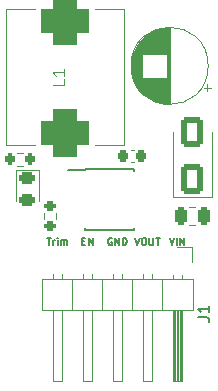
<source format=gbr>
%TF.GenerationSoftware,KiCad,Pcbnew,7.0.9*%
%TF.CreationDate,2024-06-21T09:26:43+09:00*%
%TF.ProjectId,08-REG_mod,30382d52-4547-45f6-9d6f-642e6b696361,rev?*%
%TF.SameCoordinates,Original*%
%TF.FileFunction,Legend,Top*%
%TF.FilePolarity,Positive*%
%FSLAX46Y46*%
G04 Gerber Fmt 4.6, Leading zero omitted, Abs format (unit mm)*
G04 Created by KiCad (PCBNEW 7.0.9) date 2024-06-21 09:26:43*
%MOMM*%
%LPD*%
G01*
G04 APERTURE LIST*
G04 Aperture macros list*
%AMRoundRect*
0 Rectangle with rounded corners*
0 $1 Rounding radius*
0 $2 $3 $4 $5 $6 $7 $8 $9 X,Y pos of 4 corners*
0 Add a 4 corners polygon primitive as box body*
4,1,4,$2,$3,$4,$5,$6,$7,$8,$9,$2,$3,0*
0 Add four circle primitives for the rounded corners*
1,1,$1+$1,$2,$3*
1,1,$1+$1,$4,$5*
1,1,$1+$1,$6,$7*
1,1,$1+$1,$8,$9*
0 Add four rect primitives between the rounded corners*
20,1,$1+$1,$2,$3,$4,$5,0*
20,1,$1+$1,$4,$5,$6,$7,0*
20,1,$1+$1,$6,$7,$8,$9,0*
20,1,$1+$1,$8,$9,$2,$3,0*%
G04 Aperture macros list end*
%ADD10C,0.150000*%
%ADD11C,0.100000*%
%ADD12C,0.120000*%
%ADD13RoundRect,1.025000X1.025000X-1.025000X1.025000X1.025000X-1.025000X1.025000X-1.025000X-1.025000X0*%
%ADD14RoundRect,0.250000X0.650000X-1.000000X0.650000X1.000000X-0.650000X1.000000X-0.650000X-1.000000X0*%
%ADD15R,1.550000X0.600000*%
%ADD16R,2.600000X3.100000*%
%ADD17RoundRect,0.250000X-0.250000X-0.475000X0.250000X-0.475000X0.250000X0.475000X-0.250000X0.475000X0*%
%ADD18RoundRect,0.200000X-0.275000X0.200000X-0.275000X-0.200000X0.275000X-0.200000X0.275000X0.200000X0*%
%ADD19RoundRect,0.225000X-0.225000X-0.250000X0.225000X-0.250000X0.225000X0.250000X-0.225000X0.250000X0*%
%ADD20RoundRect,0.243750X-0.456250X0.243750X-0.456250X-0.243750X0.456250X-0.243750X0.456250X0.243750X0*%
%ADD21RoundRect,0.200000X0.200000X0.275000X-0.200000X0.275000X-0.200000X-0.275000X0.200000X-0.275000X0*%
%ADD22R,1.700000X1.700000*%
%ADD23O,1.700000X1.700000*%
%ADD24R,1.600000X1.600000*%
%ADD25C,1.600000*%
G04 APERTURE END LIST*
D10*
X117452857Y-76153771D02*
X117652857Y-76753771D01*
X117652857Y-76753771D02*
X117852857Y-76153771D01*
X118052858Y-76753771D02*
X118052858Y-76153771D01*
X118338572Y-76753771D02*
X118338572Y-76153771D01*
X118338572Y-76153771D02*
X118681429Y-76753771D01*
X118681429Y-76753771D02*
X118681429Y-76153771D01*
X114512857Y-76153771D02*
X114712857Y-76753771D01*
X114712857Y-76753771D02*
X114912857Y-76153771D01*
X115227143Y-76153771D02*
X115341429Y-76153771D01*
X115341429Y-76153771D02*
X115398572Y-76182342D01*
X115398572Y-76182342D02*
X115455715Y-76239485D01*
X115455715Y-76239485D02*
X115484286Y-76353771D01*
X115484286Y-76353771D02*
X115484286Y-76553771D01*
X115484286Y-76553771D02*
X115455715Y-76668057D01*
X115455715Y-76668057D02*
X115398572Y-76725200D01*
X115398572Y-76725200D02*
X115341429Y-76753771D01*
X115341429Y-76753771D02*
X115227143Y-76753771D01*
X115227143Y-76753771D02*
X115170001Y-76725200D01*
X115170001Y-76725200D02*
X115112858Y-76668057D01*
X115112858Y-76668057D02*
X115084286Y-76553771D01*
X115084286Y-76553771D02*
X115084286Y-76353771D01*
X115084286Y-76353771D02*
X115112858Y-76239485D01*
X115112858Y-76239485D02*
X115170001Y-76182342D01*
X115170001Y-76182342D02*
X115227143Y-76153771D01*
X115741429Y-76153771D02*
X115741429Y-76639485D01*
X115741429Y-76639485D02*
X115770000Y-76696628D01*
X115770000Y-76696628D02*
X115798572Y-76725200D01*
X115798572Y-76725200D02*
X115855714Y-76753771D01*
X115855714Y-76753771D02*
X115970000Y-76753771D01*
X115970000Y-76753771D02*
X116027143Y-76725200D01*
X116027143Y-76725200D02*
X116055714Y-76696628D01*
X116055714Y-76696628D02*
X116084286Y-76639485D01*
X116084286Y-76639485D02*
X116084286Y-76153771D01*
X116284285Y-76153771D02*
X116627143Y-76153771D01*
X116455714Y-76753771D02*
X116455714Y-76153771D01*
X112572857Y-76182342D02*
X112515715Y-76153771D01*
X112515715Y-76153771D02*
X112430000Y-76153771D01*
X112430000Y-76153771D02*
X112344286Y-76182342D01*
X112344286Y-76182342D02*
X112287143Y-76239485D01*
X112287143Y-76239485D02*
X112258572Y-76296628D01*
X112258572Y-76296628D02*
X112230000Y-76410914D01*
X112230000Y-76410914D02*
X112230000Y-76496628D01*
X112230000Y-76496628D02*
X112258572Y-76610914D01*
X112258572Y-76610914D02*
X112287143Y-76668057D01*
X112287143Y-76668057D02*
X112344286Y-76725200D01*
X112344286Y-76725200D02*
X112430000Y-76753771D01*
X112430000Y-76753771D02*
X112487143Y-76753771D01*
X112487143Y-76753771D02*
X112572857Y-76725200D01*
X112572857Y-76725200D02*
X112601429Y-76696628D01*
X112601429Y-76696628D02*
X112601429Y-76496628D01*
X112601429Y-76496628D02*
X112487143Y-76496628D01*
X112858572Y-76753771D02*
X112858572Y-76153771D01*
X112858572Y-76153771D02*
X113201429Y-76753771D01*
X113201429Y-76753771D02*
X113201429Y-76153771D01*
X113487143Y-76753771D02*
X113487143Y-76153771D01*
X113487143Y-76153771D02*
X113630000Y-76153771D01*
X113630000Y-76153771D02*
X113715714Y-76182342D01*
X113715714Y-76182342D02*
X113772857Y-76239485D01*
X113772857Y-76239485D02*
X113801428Y-76296628D01*
X113801428Y-76296628D02*
X113830000Y-76410914D01*
X113830000Y-76410914D02*
X113830000Y-76496628D01*
X113830000Y-76496628D02*
X113801428Y-76610914D01*
X113801428Y-76610914D02*
X113772857Y-76668057D01*
X113772857Y-76668057D02*
X113715714Y-76725200D01*
X113715714Y-76725200D02*
X113630000Y-76753771D01*
X113630000Y-76753771D02*
X113487143Y-76753771D01*
X110047143Y-76439485D02*
X110247143Y-76439485D01*
X110332857Y-76753771D02*
X110047143Y-76753771D01*
X110047143Y-76753771D02*
X110047143Y-76153771D01*
X110047143Y-76153771D02*
X110332857Y-76153771D01*
X110590000Y-76753771D02*
X110590000Y-76153771D01*
X110590000Y-76153771D02*
X110932857Y-76753771D01*
X110932857Y-76753771D02*
X110932857Y-76153771D01*
X107049999Y-76153771D02*
X107392857Y-76153771D01*
X107221428Y-76753771D02*
X107221428Y-76153771D01*
X107592857Y-76753771D02*
X107592857Y-76353771D01*
X107592857Y-76468057D02*
X107621428Y-76410914D01*
X107621428Y-76410914D02*
X107650000Y-76382342D01*
X107650000Y-76382342D02*
X107707142Y-76353771D01*
X107707142Y-76353771D02*
X107764285Y-76353771D01*
X107964286Y-76753771D02*
X107964286Y-76353771D01*
X107964286Y-76153771D02*
X107935714Y-76182342D01*
X107935714Y-76182342D02*
X107964286Y-76210914D01*
X107964286Y-76210914D02*
X107992857Y-76182342D01*
X107992857Y-76182342D02*
X107964286Y-76153771D01*
X107964286Y-76153771D02*
X107964286Y-76210914D01*
X108250000Y-76753771D02*
X108250000Y-76353771D01*
X108250000Y-76410914D02*
X108278571Y-76382342D01*
X108278571Y-76382342D02*
X108335714Y-76353771D01*
X108335714Y-76353771D02*
X108421428Y-76353771D01*
X108421428Y-76353771D02*
X108478571Y-76382342D01*
X108478571Y-76382342D02*
X108507143Y-76439485D01*
X108507143Y-76439485D02*
X108507143Y-76753771D01*
X108507143Y-76439485D02*
X108535714Y-76382342D01*
X108535714Y-76382342D02*
X108592857Y-76353771D01*
X108592857Y-76353771D02*
X108678571Y-76353771D01*
X108678571Y-76353771D02*
X108735714Y-76382342D01*
X108735714Y-76382342D02*
X108764285Y-76439485D01*
X108764285Y-76439485D02*
X108764285Y-76753771D01*
D11*
X108542419Y-62726666D02*
X108542419Y-63202856D01*
X108542419Y-63202856D02*
X107542419Y-63202856D01*
X108542419Y-61869523D02*
X108542419Y-62440951D01*
X108542419Y-62155237D02*
X107542419Y-62155237D01*
X107542419Y-62155237D02*
X107685276Y-62250475D01*
X107685276Y-62250475D02*
X107780514Y-62345713D01*
X107780514Y-62345713D02*
X107828133Y-62440951D01*
D10*
X119829819Y-82893333D02*
X120544104Y-82893333D01*
X120544104Y-82893333D02*
X120686961Y-82940952D01*
X120686961Y-82940952D02*
X120782200Y-83036190D01*
X120782200Y-83036190D02*
X120829819Y-83179047D01*
X120829819Y-83179047D02*
X120829819Y-83274285D01*
X120829819Y-81893333D02*
X120829819Y-82464761D01*
X120829819Y-82179047D02*
X119829819Y-82179047D01*
X119829819Y-82179047D02*
X119972676Y-82274285D01*
X119972676Y-82274285D02*
X120067914Y-82369523D01*
X120067914Y-82369523D02*
X120115533Y-82464761D01*
D11*
%TO.C,L1*%
X103585000Y-68310000D02*
X103585000Y-56810000D01*
X106045000Y-68310000D02*
X103585000Y-68310000D01*
X113585000Y-68310000D02*
X111125000Y-68310000D01*
X103585000Y-56810000D02*
X106045000Y-56810000D01*
X111125000Y-56810000D02*
X113585000Y-56810000D01*
X113585000Y-56810000D02*
X113585000Y-68310000D01*
D12*
%TO.C,D1*%
X117730000Y-72725000D02*
X121030000Y-72725000D01*
X117730000Y-72725000D02*
X117730000Y-67215000D01*
X121030000Y-72725000D02*
X121030000Y-67215000D01*
D10*
%TO.C,U1*%
X110285000Y-70345000D02*
X110285000Y-70395000D01*
X110285000Y-70345000D02*
X114435000Y-70345000D01*
X110285000Y-70395000D02*
X108885000Y-70395000D01*
X110285000Y-75495000D02*
X110285000Y-75350000D01*
X110285000Y-75495000D02*
X114435000Y-75495000D01*
X114435000Y-70345000D02*
X114435000Y-70490000D01*
X114435000Y-75495000D02*
X114435000Y-75350000D01*
D12*
%TO.C,C1*%
X119118748Y-73560000D02*
X119641252Y-73560000D01*
X119118748Y-75030000D02*
X119641252Y-75030000D01*
%TO.C,R1*%
X107837500Y-74057742D02*
X107837500Y-74532258D01*
X106792500Y-74057742D02*
X106792500Y-74532258D01*
%TO.C,C2*%
X114159420Y-68705000D02*
X114440580Y-68705000D01*
X114159420Y-69725000D02*
X114440580Y-69725000D01*
%TO.C,D2*%
X106370000Y-70372500D02*
X104450000Y-70372500D01*
X104450000Y-70372500D02*
X104450000Y-73057500D01*
X106370000Y-73057500D02*
X106370000Y-70372500D01*
%TO.C,R2*%
X105012258Y-70040000D02*
X104537742Y-70040000D01*
X105012258Y-68995000D02*
X104537742Y-68995000D01*
%TO.C,J1*%
X119375000Y-76905000D02*
X119375000Y-78175000D01*
X118105000Y-76905000D02*
X119375000Y-76905000D01*
X115945000Y-79217929D02*
X115945000Y-79615000D01*
X115185000Y-79217929D02*
X115185000Y-79615000D01*
X113405000Y-79217929D02*
X113405000Y-79615000D01*
X112645000Y-79217929D02*
X112645000Y-79615000D01*
X110865000Y-79217929D02*
X110865000Y-79615000D01*
X110105000Y-79217929D02*
X110105000Y-79615000D01*
X108325000Y-79217929D02*
X108325000Y-79615000D01*
X107565000Y-79217929D02*
X107565000Y-79615000D01*
X118485000Y-79285000D02*
X118485000Y-79615000D01*
X117725000Y-79285000D02*
X117725000Y-79615000D01*
X119435000Y-79615000D02*
X106615000Y-79615000D01*
X116835000Y-79615000D02*
X116835000Y-82275000D01*
X114295000Y-79615000D02*
X114295000Y-82275000D01*
X111755000Y-79615000D02*
X111755000Y-82275000D01*
X109215000Y-79615000D02*
X109215000Y-82275000D01*
X106615000Y-79615000D02*
X106615000Y-82275000D01*
X119435000Y-82275000D02*
X119435000Y-79615000D01*
X118485000Y-82275000D02*
X118485000Y-88275000D01*
X118425000Y-82275000D02*
X118425000Y-88275000D01*
X118305000Y-82275000D02*
X118305000Y-88275000D01*
X118185000Y-82275000D02*
X118185000Y-88275000D01*
X118065000Y-82275000D02*
X118065000Y-88275000D01*
X117945000Y-82275000D02*
X117945000Y-88275000D01*
X117825000Y-82275000D02*
X117825000Y-88275000D01*
X115945000Y-82275000D02*
X115945000Y-88275000D01*
X113405000Y-82275000D02*
X113405000Y-88275000D01*
X110865000Y-82275000D02*
X110865000Y-88275000D01*
X108325000Y-82275000D02*
X108325000Y-88275000D01*
X106615000Y-82275000D02*
X119435000Y-82275000D01*
X118485000Y-88275000D02*
X117725000Y-88275000D01*
X117725000Y-88275000D02*
X117725000Y-82275000D01*
X115945000Y-88275000D02*
X115185000Y-88275000D01*
X115185000Y-88275000D02*
X115185000Y-82275000D01*
X113405000Y-88275000D02*
X112645000Y-88275000D01*
X112645000Y-88275000D02*
X112645000Y-82275000D01*
X110865000Y-88275000D02*
X110105000Y-88275000D01*
X110105000Y-88275000D02*
X110105000Y-82275000D01*
X108325000Y-88275000D02*
X107565000Y-88275000D01*
X107565000Y-88275000D02*
X107565000Y-82275000D01*
%TO.C,C3*%
X120955241Y-63434000D02*
X120325241Y-63434000D01*
X120640241Y-63749000D02*
X120640241Y-63119000D01*
X117455000Y-64825000D02*
X117455000Y-58365000D01*
X117415000Y-64825000D02*
X117415000Y-58365000D01*
X117375000Y-64825000D02*
X117375000Y-58365000D01*
X117335000Y-64823000D02*
X117335000Y-58367000D01*
X117295000Y-64822000D02*
X117295000Y-58368000D01*
X117255000Y-64819000D02*
X117255000Y-58371000D01*
X117215000Y-60555000D02*
X117215000Y-58373000D01*
X117215000Y-64817000D02*
X117215000Y-62635000D01*
X117175000Y-60555000D02*
X117175000Y-58377000D01*
X117175000Y-64813000D02*
X117175000Y-62635000D01*
X117135000Y-60555000D02*
X117135000Y-58380000D01*
X117135000Y-64810000D02*
X117135000Y-62635000D01*
X117095000Y-60555000D02*
X117095000Y-58384000D01*
X117095000Y-64806000D02*
X117095000Y-62635000D01*
X117055000Y-60555000D02*
X117055000Y-58389000D01*
X117055000Y-64801000D02*
X117055000Y-62635000D01*
X117015000Y-60555000D02*
X117015000Y-58394000D01*
X117015000Y-64796000D02*
X117015000Y-62635000D01*
X116975000Y-60555000D02*
X116975000Y-58400000D01*
X116975000Y-64790000D02*
X116975000Y-62635000D01*
X116935000Y-60555000D02*
X116935000Y-58406000D01*
X116935000Y-64784000D02*
X116935000Y-62635000D01*
X116895000Y-60555000D02*
X116895000Y-58413000D01*
X116895000Y-64777000D02*
X116895000Y-62635000D01*
X116855000Y-60555000D02*
X116855000Y-58420000D01*
X116855000Y-64770000D02*
X116855000Y-62635000D01*
X116815000Y-60555000D02*
X116815000Y-58428000D01*
X116815000Y-64762000D02*
X116815000Y-62635000D01*
X116775000Y-60555000D02*
X116775000Y-58436000D01*
X116775000Y-64754000D02*
X116775000Y-62635000D01*
X116734000Y-60555000D02*
X116734000Y-58445000D01*
X116734000Y-64745000D02*
X116734000Y-62635000D01*
X116694000Y-60555000D02*
X116694000Y-58454000D01*
X116694000Y-64736000D02*
X116694000Y-62635000D01*
X116654000Y-60555000D02*
X116654000Y-58464000D01*
X116654000Y-64726000D02*
X116654000Y-62635000D01*
X116614000Y-60555000D02*
X116614000Y-58474000D01*
X116614000Y-64716000D02*
X116614000Y-62635000D01*
X116574000Y-60555000D02*
X116574000Y-58485000D01*
X116574000Y-64705000D02*
X116574000Y-62635000D01*
X116534000Y-60555000D02*
X116534000Y-58497000D01*
X116534000Y-64693000D02*
X116534000Y-62635000D01*
X116494000Y-60555000D02*
X116494000Y-58509000D01*
X116494000Y-64681000D02*
X116494000Y-62635000D01*
X116454000Y-60555000D02*
X116454000Y-58521000D01*
X116454000Y-64669000D02*
X116454000Y-62635000D01*
X116414000Y-60555000D02*
X116414000Y-58534000D01*
X116414000Y-64656000D02*
X116414000Y-62635000D01*
X116374000Y-60555000D02*
X116374000Y-58548000D01*
X116374000Y-64642000D02*
X116374000Y-62635000D01*
X116334000Y-60555000D02*
X116334000Y-58562000D01*
X116334000Y-64628000D02*
X116334000Y-62635000D01*
X116294000Y-60555000D02*
X116294000Y-58577000D01*
X116294000Y-64613000D02*
X116294000Y-62635000D01*
X116254000Y-60555000D02*
X116254000Y-58593000D01*
X116254000Y-64597000D02*
X116254000Y-62635000D01*
X116214000Y-60555000D02*
X116214000Y-58609000D01*
X116214000Y-64581000D02*
X116214000Y-62635000D01*
X116174000Y-60555000D02*
X116174000Y-58625000D01*
X116174000Y-64565000D02*
X116174000Y-62635000D01*
X116134000Y-60555000D02*
X116134000Y-58643000D01*
X116134000Y-64547000D02*
X116134000Y-62635000D01*
X116094000Y-60555000D02*
X116094000Y-58661000D01*
X116094000Y-64529000D02*
X116094000Y-62635000D01*
X116054000Y-60555000D02*
X116054000Y-58679000D01*
X116054000Y-64511000D02*
X116054000Y-62635000D01*
X116014000Y-60555000D02*
X116014000Y-58699000D01*
X116014000Y-64491000D02*
X116014000Y-62635000D01*
X115974000Y-60555000D02*
X115974000Y-58719000D01*
X115974000Y-64471000D02*
X115974000Y-62635000D01*
X115934000Y-60555000D02*
X115934000Y-58739000D01*
X115934000Y-64451000D02*
X115934000Y-62635000D01*
X115894000Y-60555000D02*
X115894000Y-58761000D01*
X115894000Y-64429000D02*
X115894000Y-62635000D01*
X115854000Y-60555000D02*
X115854000Y-58783000D01*
X115854000Y-64407000D02*
X115854000Y-62635000D01*
X115814000Y-60555000D02*
X115814000Y-58805000D01*
X115814000Y-64385000D02*
X115814000Y-62635000D01*
X115774000Y-60555000D02*
X115774000Y-58829000D01*
X115774000Y-64361000D02*
X115774000Y-62635000D01*
X115734000Y-60555000D02*
X115734000Y-58853000D01*
X115734000Y-64337000D02*
X115734000Y-62635000D01*
X115694000Y-60555000D02*
X115694000Y-58879000D01*
X115694000Y-64311000D02*
X115694000Y-62635000D01*
X115654000Y-60555000D02*
X115654000Y-58905000D01*
X115654000Y-64285000D02*
X115654000Y-62635000D01*
X115614000Y-60555000D02*
X115614000Y-58931000D01*
X115614000Y-64259000D02*
X115614000Y-62635000D01*
X115574000Y-60555000D02*
X115574000Y-58959000D01*
X115574000Y-64231000D02*
X115574000Y-62635000D01*
X115534000Y-60555000D02*
X115534000Y-58988000D01*
X115534000Y-64202000D02*
X115534000Y-62635000D01*
X115494000Y-60555000D02*
X115494000Y-59017000D01*
X115494000Y-64173000D02*
X115494000Y-62635000D01*
X115454000Y-60555000D02*
X115454000Y-59047000D01*
X115454000Y-64143000D02*
X115454000Y-62635000D01*
X115414000Y-60555000D02*
X115414000Y-59079000D01*
X115414000Y-64111000D02*
X115414000Y-62635000D01*
X115374000Y-60555000D02*
X115374000Y-59111000D01*
X115374000Y-64079000D02*
X115374000Y-62635000D01*
X115334000Y-60555000D02*
X115334000Y-59145000D01*
X115334000Y-64045000D02*
X115334000Y-62635000D01*
X115294000Y-60555000D02*
X115294000Y-59179000D01*
X115294000Y-64011000D02*
X115294000Y-62635000D01*
X115254000Y-60555000D02*
X115254000Y-59215000D01*
X115254000Y-63975000D02*
X115254000Y-62635000D01*
X115214000Y-60555000D02*
X115214000Y-59252000D01*
X115214000Y-63938000D02*
X115214000Y-62635000D01*
X115174000Y-60555000D02*
X115174000Y-59290000D01*
X115174000Y-63900000D02*
X115174000Y-62635000D01*
X115134000Y-63860000D02*
X115134000Y-59330000D01*
X115094000Y-63819000D02*
X115094000Y-59371000D01*
X115054000Y-63777000D02*
X115054000Y-59413000D01*
X115014000Y-63732000D02*
X115014000Y-59458000D01*
X114974000Y-63687000D02*
X114974000Y-59503000D01*
X114934000Y-63639000D02*
X114934000Y-59551000D01*
X114894000Y-63590000D02*
X114894000Y-59600000D01*
X114854000Y-63539000D02*
X114854000Y-59651000D01*
X114814000Y-63485000D02*
X114814000Y-59705000D01*
X114774000Y-63429000D02*
X114774000Y-59761000D01*
X114734000Y-63371000D02*
X114734000Y-59819000D01*
X114694000Y-63309000D02*
X114694000Y-59881000D01*
X114654000Y-63245000D02*
X114654000Y-59945000D01*
X114614000Y-63176000D02*
X114614000Y-60014000D01*
X114574000Y-63104000D02*
X114574000Y-60086000D01*
X114534000Y-63027000D02*
X114534000Y-60163000D01*
X114494000Y-62945000D02*
X114494000Y-60245000D01*
X114454000Y-62857000D02*
X114454000Y-60333000D01*
X114414000Y-62760000D02*
X114414000Y-60430000D01*
X114374000Y-62654000D02*
X114374000Y-60536000D01*
X114334000Y-62535000D02*
X114334000Y-60655000D01*
X114294000Y-62397000D02*
X114294000Y-60793000D01*
X114254000Y-62228000D02*
X114254000Y-60962000D01*
X114214000Y-61997000D02*
X114214000Y-61193000D01*
X120725000Y-61595000D02*
G75*
G03*
X120725000Y-61595000I-3270000J0D01*
G01*
%TD*%
%LPC*%
D13*
%TO.C,L1*%
X108585000Y-57810000D03*
X108585000Y-67310000D03*
%TD*%
D14*
%TO.C,D1*%
X119380000Y-71215000D03*
X119380000Y-67215000D03*
%TD*%
D15*
%TO.C,U1*%
X109660000Y-71015000D03*
X109660000Y-72285000D03*
X109660000Y-73555000D03*
X109660000Y-74825000D03*
X115060000Y-74825000D03*
X115060000Y-73555000D03*
X115060000Y-72285000D03*
X115060000Y-71015000D03*
D16*
X112360000Y-72920000D03*
%TD*%
D17*
%TO.C,C1*%
X118430000Y-74295000D03*
X120330000Y-74295000D03*
%TD*%
D18*
%TO.C,R1*%
X107315000Y-73470000D03*
X107315000Y-75120000D03*
%TD*%
D19*
%TO.C,C2*%
X113525000Y-69215000D03*
X115075000Y-69215000D03*
%TD*%
D20*
%TO.C,D2*%
X105410000Y-71120000D03*
X105410000Y-72995000D03*
%TD*%
D21*
%TO.C,R2*%
X105600000Y-69517500D03*
X103950000Y-69517500D03*
%TD*%
D22*
%TO.C,J1*%
X118105000Y-78175000D03*
D23*
X115565000Y-78175000D03*
X113025000Y-78175000D03*
X110485000Y-78175000D03*
X107945000Y-78175000D03*
%TD*%
D24*
%TO.C,C3*%
X118705000Y-61595000D03*
D25*
X116205000Y-61595000D03*
%TD*%
%LPD*%
M02*

</source>
